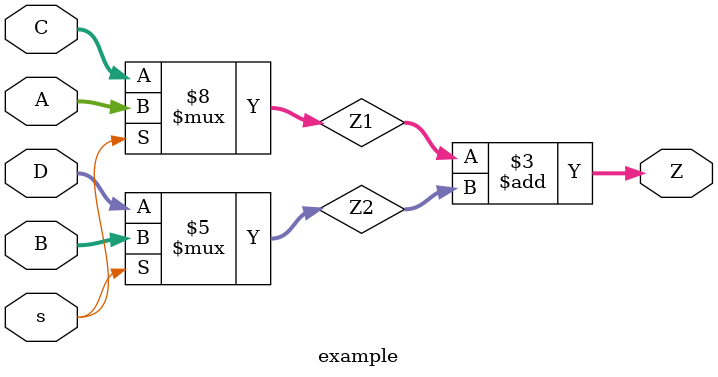
<source format=v>
module example(
    input wire s,
    input wire [31:0] A, B, C, D,
    output reg [32:0] Z
);

reg [31:0] Z1, Z2;  // Intermediate values

always @(s, A, B, C, D) begin
    if (s) begin
        Z1 <= A;
        Z2 <= B;
    end else begin
        Z1 <= C;
        Z2 <= D;
    end
end

always @(Z1, Z2) begin
    Z <= Z1 + Z2;
end

endmodule
</source>
